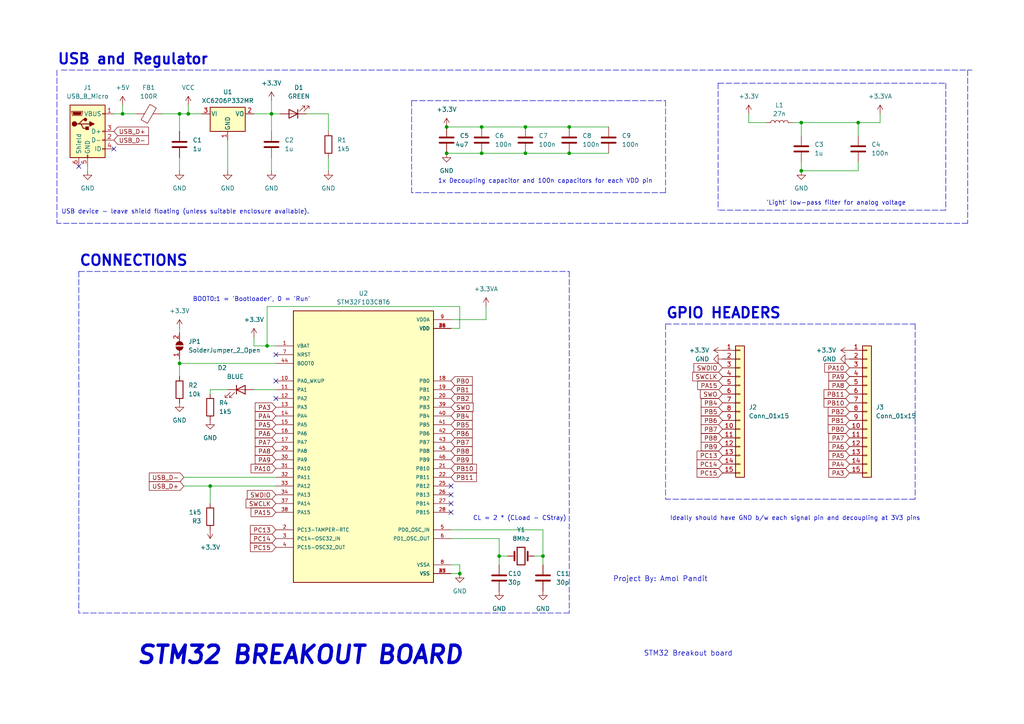
<source format=kicad_sch>
(kicad_sch (version 20230121) (generator eeschema)
  (paper "A4")
  (lib_symbols
    (symbol "Connector:USB_B_Micro" (pin_names (offset 1.016))
      (property "Reference" "J" (at -5.08 11.43 0))
      (property "Value" "USB_B_Micro" (at -5.08 8.89 0))
      (symbol "USB_B_Micro_0_1"
        (rectangle (start -5.08 -7.62) (end 5.08 7.62) (stroke (width 0.254)) (fill (type background)))
        (circle (center -3.81 2.159) (radius 0.635) (stroke (width 0.254)) (fill (type outline)))
        (circle (center -0.635 3.429) (radius 0.381) (stroke (width 0.254)) (fill (type outline)))
        (rectangle (start -0.127 -7.62) (end 0.127 -6.858))
        (polyline (pts (xy -1.905 2.159) (xy 0.635 2.159)) (stroke (width 0.254)))
        (polyline (pts (xy -3.175 2.159) (xy -2.54 2.159) (xy -1.27 3.429) (xy -0.635 3.429)) (stroke (width 0.254)))
        (polyline (pts (xy -2.54 2.159) (xy -1.905 2.159) (xy -1.27 0.889) (xy 0 0.889)) (stroke (width 0.254)))
        (polyline (pts (xy 0.635 2.794) (xy 0.635 1.524) (xy 1.905 2.159) (xy 0.635 2.794)) (stroke (width 0.254)) (fill (type outline)))
        (polyline (pts (xy -4.318 5.588) (xy -1.778 5.588) (xy -2.032 4.826) (xy -4.064 4.826) (xy -4.318 5.588)) (fill (type outline)))
        (polyline (pts (xy -4.699 5.842) (xy -4.699 5.588) (xy -4.445 4.826) (xy -4.445 4.572) (xy -1.651 4.572) (xy -1.651 4.826) (xy -1.397 5.588) (xy -1.397 5.842) (xy -4.699 5.842)))
        (rectangle (start 0.254 1.27) (end -0.508 0.508) (stroke (width 0.254)) (fill (type outline)))
        (rectangle (start 5.08 -5.207) (end 4.318 -4.953))
        (rectangle (start 5.08 -2.667) (end 4.318 -2.413))
        (rectangle (start 5.08 -0.127) (end 4.318 0.127))
        (rectangle (start 5.08 4.953) (end 4.318 5.207))
      )
      (symbol "USB_B_Micro_1_1"
        (pin power_out line (at 7.62 5.08 180) (length 2.54) (name "VBUS") (number "1"))
        (pin bidirectional line (at 7.62 -2.54 180) (length 2.54) (name "D-") (number "2"))
        (pin bidirectional line (at 7.62 0 180) (length 2.54) (name "D+") (number "3"))
        (pin passive line (at 7.62 -5.08 180) (length 2.54) (name "ID") (number "4"))
        (pin power_out line (at 0 -10.16 90) (length 2.54) (name "GND") (number "5"))
        (pin passive line (at -2.54 -10.16 90) (length 2.54) (name "Shield") (number "6"))
      )
    )
    (symbol "Connector_Generic:Conn_01x15" (pin_names (offset 1.016) hide)
      (property "Reference" "J" (at 0 20.32 0))
      (property "Value" "Conn_01x15" (at 0 -20.32 0))
      (symbol "Conn_01x15_1_1"
        (rectangle (start -1.27 -17.653) (end 0 -17.907) (stroke (width 0.1524)))
        (rectangle (start -1.27 -15.113) (end 0 -15.367) (stroke (width 0.1524)))
        (rectangle (start -1.27 -12.573) (end 0 -12.827) (stroke (width 0.1524)))
        (rectangle (start -1.27 -10.033) (end 0 -10.287) (stroke (width 0.1524)))
        (rectangle (start -1.27 -7.493) (end 0 -7.747) (stroke (width 0.1524)))
        (rectangle (start -1.27 -4.953) (end 0 -5.207) (stroke (width 0.1524)))
        (rectangle (start -1.27 -2.413) (end 0 -2.667) (stroke (width 0.1524)))
        (rectangle (start -1.27 0.127) (end 0 -0.127) (stroke (width 0.1524)))
        (rectangle (start -1.27 2.667) (end 0 2.413) (stroke (width 0.1524)))
        (rectangle (start -1.27 5.207) (end 0 4.953) (stroke (width 0.1524)))
        (rectangle (start -1.27 7.747) (end 0 7.493) (stroke (width 0.1524)))
        (rectangle (start -1.27 10.287) (end 0 10.033) (stroke (width 0.1524)))
        (rectangle (start -1.27 12.827) (end 0 12.573) (stroke (width 0.1524)))
        (rectangle (start -1.27 15.367) (end 0 15.113) (stroke (width 0.1524)))
        (rectangle (start -1.27 17.907) (end 0 17.653) (stroke (width 0.1524)))
        (rectangle (start -1.27 19.05) (end 1.27 -19.05) (stroke (width 0.254)) (fill (type background)))
        (pin passive line (at -5.08 17.78 0) (length 3.81) (name "Pin_1") (number "1"))
        (pin passive line (at -5.08 -5.08 0) (length 3.81) (name "Pin_10") (number "10"))
        (pin passive line (at -5.08 -7.62 0) (length 3.81) (name "Pin_11") (number "11"))
        (pin passive line (at -5.08 -10.16 0) (length 3.81) (name "Pin_12") (number "12"))
        (pin passive line (at -5.08 -12.7 0) (length 3.81) (name "Pin_13") (number "13"))
        (pin passive line (at -5.08 -15.24 0) (length 3.81) (name "Pin_14") (number "14"))
        (pin passive line (at -5.08 -17.78 0) (length 3.81) (name "Pin_15") (number "15"))
        (pin passive line (at -5.08 15.24 0) (length 3.81) (name "Pin_2") (number "2"))
        (pin passive line (at -5.08 12.7 0) (length 3.81) (name "Pin_3") (number "3"))
        (pin passive line (at -5.08 10.16 0) (length 3.81) (name "Pin_4") (number "4"))
        (pin passive line (at -5.08 7.62 0) (length 3.81) (name "Pin_5") (number "5"))
        (pin passive line (at -5.08 5.08 0) (length 3.81) (name "Pin_6") (number "6"))
        (pin passive line (at -5.08 2.54 0) (length 3.81) (name "Pin_7") (number "7"))
        (pin passive line (at -5.08 0 0) (length 3.81) (name "Pin_8") (number "8"))
        (pin passive line (at -5.08 -2.54 0) (length 3.81) (name "Pin_9") (number "9"))
      )
    )
    (symbol "Device:C" (pin_numbers hide) (pin_names (offset 0.254))
      (property "Reference" "C" (at 0.635 2.54 0))
      (property "Value" "C" (at 0.635 -2.54 0))
      (symbol "C_0_1"
        (polyline (pts (xy -2.032 -0.762) (xy 2.032 -0.762)) (stroke (width 0.508)))
        (polyline (pts (xy -2.032 0.762) (xy 2.032 0.762)) (stroke (width 0.508)))
      )
      (symbol "C_1_1"
        (pin passive line (at 0 3.81 270) (length 2.794) (name "~") (number "1"))
        (pin passive line (at 0 -3.81 90) (length 2.794) (name "~") (number "2"))
      )
    )
    (symbol "Device:Crystal" (pin_numbers hide) (pin_names (offset 1.016) hide)
      (property "Reference" "Y" (at 0 3.81 0))
      (property "Value" "Crystal" (at 0 -3.81 0))
      (symbol "Crystal_0_1"
        (rectangle (start -1.143 2.54) (end 1.143 -2.54) (stroke (width 0.3048)))
        (polyline (pts (xy -2.54 0) (xy -1.905 0)))
        (polyline (pts (xy -1.905 -1.27) (xy -1.905 1.27)) (stroke (width 0.508)))
        (polyline (pts (xy 1.905 -1.27) (xy 1.905 1.27)) (stroke (width 0.508)))
        (polyline (pts (xy 2.54 0) (xy 1.905 0)))
      )
      (symbol "Crystal_1_1"
        (pin passive line (at -3.81 0 0) (length 1.27) (name "1") (number "1"))
        (pin passive line (at 3.81 0 180) (length 1.27) (name "2") (number "2"))
      )
    )
    (symbol "Device:FerriteBead" (pin_numbers hide) (pin_names (offset 0))
      (property "Reference" "FB" (at -3.81 0.635 90))
      (property "Value" "FerriteBead" (at 3.81 0 90))
      (symbol "FerriteBead_0_1"
        (polyline (pts (xy 0 -1.27) (xy 0 -1.2192)))
        (polyline (pts (xy 0 1.27) (xy 0 1.2954)))
        (polyline (pts (xy -2.7686 0.4064) (xy -1.7018 2.2606) (xy 2.7686 -0.3048) (xy 1.6764 -2.159) (xy -2.7686 0.4064)))
      )
      (symbol "FerriteBead_1_1"
        (pin passive line (at 0 3.81 270) (length 2.54) (name "~") (number "1"))
        (pin passive line (at 0 -3.81 90) (length 2.54) (name "~") (number "2"))
      )
    )
    (symbol "Device:L" (pin_numbers hide) (pin_names (offset 1.016) hide)
      (property "Reference" "L" (at -1.27 0 90))
      (property "Value" "L" (at 1.905 0 90))
      (symbol "L_0_1"
        (arc (start 0 -2.54) (mid 0.6323 -1.905) (end 0 -1.27))
        (arc (start 0 -1.27) (mid 0.6323 -0.635) (end 0 0))
        (arc (start 0 0) (mid 0.6323 0.635) (end 0 1.27))
        (arc (start 0 1.27) (mid 0.6323 1.905) (end 0 2.54))
      )
      (symbol "L_1_1"
        (pin passive line (at 0 3.81 270) (length 1.27) (name "1") (number "1"))
        (pin passive line (at 0 -3.81 90) (length 1.27) (name "2") (number "2"))
      )
    )
    (symbol "Device:LED" (pin_numbers hide) (pin_names (offset 1.016) hide)
      (property "Reference" "D" (at 0 2.54 0))
      (property "Value" "LED" (at 0 -2.54 0))
      (symbol "LED_0_1"
        (polyline (pts (xy -1.27 -1.27) (xy -1.27 1.27)) (stroke (width 0.254)))
        (polyline (pts (xy -1.27 0) (xy 1.27 0)))
        (polyline (pts (xy 1.27 -1.27) (xy 1.27 1.27) (xy -1.27 0) (xy 1.27 -1.27)) (stroke (width 0.254)))
        (polyline (pts (xy -3.048 -0.762) (xy -4.572 -2.286) (xy -3.81 -2.286) (xy -4.572 -2.286) (xy -4.572 -1.524)))
        (polyline (pts (xy -1.778 -0.762) (xy -3.302 -2.286) (xy -2.54 -2.286) (xy -3.302 -2.286) (xy -3.302 -1.524)))
      )
      (symbol "LED_1_1"
        (pin passive line (at -3.81 0 0) (length 2.54) (name "K") (number "1"))
        (pin passive line (at 3.81 0 180) (length 2.54) (name "A") (number "2"))
      )
    )
    (symbol "Device:R" (pin_numbers hide) (pin_names (offset 0))
      (property "Reference" "R" (at 2.032 0 90))
      (property "Value" "R" (at 0 0 90))
      (symbol "R_0_1"
        (rectangle (start -1.016 -2.54) (end 1.016 2.54) (stroke (width 0.254)))
      )
      (symbol "R_1_1"
        (pin passive line (at 0 3.81 270) (length 1.27) (name "~") (number "1"))
        (pin passive line (at 0 -3.81 90) (length 1.27) (name "~") (number "2"))
      )
    )
    (symbol "Jumper:SolderJumper_2_Open" (pin_names (offset 0) hide)
      (property "Reference" "JP" (at 0 2.032 0))
      (property "Value" "SolderJumper_2_Open" (at 0 -2.54 0))
      (symbol "SolderJumper_2_Open_0_1"
        (arc (start -0.254 1.016) (mid -1.2656 0) (end -0.254 -1.016))
        (arc (start -0.254 1.016) (mid -1.2656 0) (end -0.254 -1.016) (fill (type outline)))
        (polyline (pts (xy -0.254 1.016) (xy -0.254 -1.016)))
        (polyline (pts (xy 0.254 1.016) (xy 0.254 -1.016)))
        (arc (start 0.254 -1.016) (mid 1.2656 0) (end 0.254 1.016))
        (arc (start 0.254 -1.016) (mid 1.2656 0) (end 0.254 1.016) (fill (type outline)))
      )
      (symbol "SolderJumper_2_Open_1_1"
        (pin passive line (at -3.81 0 0) (length 2.54) (name "A") (number "1"))
        (pin passive line (at 3.81 0 180) (length 2.54) (name "B") (number "2"))
      )
    )
    (symbol "Regulator_Linear:XC6206PxxxMR" (pin_names (offset 0.254))
      (property "Reference" "U" (at -3.81 3.175 0))
      (property "Value" "XC6206PxxxMR" (at 0 3.175 0))
      (symbol "XC6206PxxxMR_0_1"
        (rectangle (start -5.08 1.905) (end 5.08 -5.08) (stroke (width 0.254)) (fill (type background)))
      )
      (symbol "XC6206PxxxMR_1_1"
        (pin power_in line (at 0 -7.62 90) (length 2.54) (name "GND") (number "1"))
        (pin power_out line (at 7.62 0 180) (length 2.54) (name "VO") (number "2"))
        (pin power_in line (at -7.62 0 0) (length 2.54) (name "VI") (number "3"))
      )
    )
    (symbol "STM32F103C8T6:STM32F103C8T6" (pin_names (offset 1.016))
      (property "Reference" "U" (at -20.32 41.275 0))
      (property "Value" "STM32F103C8T6" (at -20.32 -40.64 0))
      (symbol "STM32F103C8T6_0_0"
        (rectangle (start -20.32 -38.1) (end 20.32 40.64) (stroke (width 0.254)) (fill (type background)))
        (pin bidirectional line (at -25.4 30.48 0) (length 5.08) (name "VBAT") (number "1"))
        (pin bidirectional line (at -25.4 20.32 0) (length 5.08) (name "PA0_WKUP") (number "10"))
        (pin bidirectional line (at -25.4 17.78 0) (length 5.08) (name "PA1") (number "11"))
        (pin bidirectional line (at -25.4 15.24 0) (length 5.08) (name "PA2") (number "12"))
        (pin bidirectional line (at -25.4 12.7 0) (length 5.08) (name "PA3") (number "13"))
        (pin bidirectional line (at -25.4 10.16 0) (length 5.08) (name "PA4") (number "14"))
        (pin bidirectional line (at -25.4 7.62 0) (length 5.08) (name "PA5") (number "15"))
        (pin bidirectional line (at -25.4 5.08 0) (length 5.08) (name "PA6") (number "16"))
        (pin bidirectional line (at -25.4 2.54 0) (length 5.08) (name "PA7") (number "17"))
        (pin bidirectional line (at 25.4 20.32 180) (length 5.08) (name "PB0") (number "18"))
        (pin bidirectional line (at 25.4 17.78 180) (length 5.08) (name "PB1") (number "19"))
        (pin bidirectional line (at -25.4 -22.86 0) (length 5.08) (name "PC13-TAMPER-RTC") (number "2"))
        (pin bidirectional line (at 25.4 15.24 180) (length 5.08) (name "PB2") (number "20"))
        (pin bidirectional line (at 25.4 -5.08 180) (length 5.08) (name "PB10") (number "21"))
        (pin bidirectional line (at 25.4 -7.62 180) (length 5.08) (name "PB11") (number "22"))
        (pin power_in line (at 25.4 -35.56 180) (length 5.08) (name "VSS") (number "23"))
        (pin power_in line (at 25.4 35.56 180) (length 5.08) (name "VDD") (number "24"))
        (pin bidirectional line (at 25.4 -10.16 180) (length 5.08) (name "PB12") (number "25"))
        (pin bidirectional line (at 25.4 -12.7 180) (length 5.08) (name "PB13") (number "26"))
        (pin bidirectional line (at 25.4 -15.24 180) (length 5.08) (name "PB14") (number "27"))
        (pin bidirectional line (at 25.4 -17.78 180) (length 5.08) (name "PB15") (number "28"))
        (pin bidirectional line (at -25.4 0 0) (length 5.08) (name "PA8") (number "29"))
        (pin bidirectional line (at -25.4 -25.4 0) (length 5.08) (name "PC14-OSC32_IN") (number "3"))
        (pin bidirectional line (at -25.4 -2.54 0) (length 5.08) (name "PA9") (number "30"))
        (pin bidirectional line (at -25.4 -5.08 0) (length 5.08) (name "PA10") (number "31"))
        (pin bidirectional line (at -25.4 -7.62 0) (length 5.08) (name "PA11") (number "32"))
        (pin bidirectional line (at -25.4 -10.16 0) (length 5.08) (name "PA12") (number "33"))
        (pin bidirectional line (at -25.4 -12.7 0) (length 5.08) (name "PA13") (number "34"))
        (pin power_in line (at 25.4 -35.56 180) (length 5.08) (name "VSS") (number "35"))
        (pin power_in line (at 25.4 35.56 180) (length 5.08) (name "VDD") (number "36"))
        (pin bidirectional line (at -25.4 -15.24 0) (length 5.08) (name "PA14") (number "37"))
        (pin bidirectional line (at -25.4 -17.78 0) (length 5.08) (name "PA15") (number "38"))
        (pin bidirectional line (at 25.4 12.7 180) (length 5.08) (name "PB3") (number "39"))
        (pin bidirectional line (at -25.4 -27.94 0) (length 5.08) (name "PC15-OSC32_OUT") (number "4"))
        (pin bidirectional line (at 25.4 10.16 180) (length 5.08) (name "PB4") (number "40"))
        (pin bidirectional line (at 25.4 7.62 180) (length 5.08) (name "PB5") (number "41"))
        (pin bidirectional line (at 25.4 5.08 180) (length 5.08) (name "PB6") (number "42"))
        (pin bidirectional line (at 25.4 2.54 180) (length 5.08) (name "PB7") (number "43"))
        (pin input line (at -25.4 25.4 0) (length 5.08) (name "BOOT0") (number "44"))
        (pin bidirectional line (at 25.4 0 180) (length 5.08) (name "PB8") (number "45"))
        (pin bidirectional line (at 25.4 -2.54 180) (length 5.08) (name "PB9") (number "46"))
        (pin power_in line (at 25.4 -35.56 180) (length 5.08) (name "VSS") (number "47"))
        (pin power_in line (at 25.4 35.56 180) (length 5.08) (name "VDD") (number "48"))
        (pin bidirectional line (at 25.4 -22.86 180) (length 5.08) (name "PD0_OSC_IN") (number "5"))
        (pin bidirectional line (at 25.4 -25.4 180) (length 5.08) (name "PD1_OSC_OUT") (number "6"))
        (pin input line (at -25.4 27.94 0) (length 5.08) (name "NRST") (number "7"))
        (pin power_in line (at 25.4 -33.02 180) (length 5.08) (name "VSSA") (number "8"))
        (pin power_in line (at 25.4 38.1 180) (length 5.08) (name "VDDA") (number "9"))
      )
    )
    (symbol "power:+3.3V" (power) (pin_names (offset 0))
      (property "Value" "+3.3V" (at 0 3.556 0))
      (symbol "+3.3V_0_1"
        (polyline (pts (xy -0.762 1.27) (xy 0 2.54)))
        (polyline (pts (xy 0 0) (xy 0 2.54)))
        (polyline (pts (xy 0 2.54) (xy 0.762 1.27)))
      )
      (symbol "+3.3V_1_1"
        (pin power_in line (at 0 0 90) (length 0) hide (name "+3.3V") (number "1"))
      )
    )
    (symbol "power:+3.3VA" (power) (pin_names (offset 0))
      (property "Value" "+3.3VA" (at 0 3.556 0))
      (symbol "+3.3VA_0_1"
        (polyline (pts (xy -0.762 1.27) (xy 0 2.54)))
        (polyline (pts (xy 0 0) (xy 0 2.54)))
        (polyline (pts (xy 0 2.54) (xy 0.762 1.27)))
      )
      (symbol "+3.3VA_1_1"
        (pin power_in line (at 0 0 90) (length 0) hide (name "+3.3VA") (number "1"))
      )
    )
    (symbol "power:+5V" (power) (pin_names (offset 0))
      (property "Value" "+5V" (at 0 3.556 0))
      (symbol "+5V_0_1"
        (polyline (pts (xy -0.762 1.27) (xy 0 2.54)))
        (polyline (pts (xy 0 0) (xy 0 2.54)))
        (polyline (pts (xy 0 2.54) (xy 0.762 1.27)))
      )
      (symbol "+5V_1_1"
        (pin power_in line (at 0 0 90) (length 0) hide (name "+5V") (number "1"))
      )
    )
    (symbol "power:GND" (power) (pin_names (offset 0))
      (property "Value" "GND" (at 0 -3.81 0))
      (symbol "GND_0_1"
        (polyline (pts (xy 0 0) (xy 0 -1.27) (xy 1.27 -1.27) (xy 0 -2.54) (xy -1.27 -1.27) (xy 0 -1.27)))
      )
      (symbol "GND_1_1"
        (pin power_in line (at 0 0 270) (length 0) hide (name "GND") (number "1"))
      )
    )
    (symbol "power:VCC" (power) (pin_names (offset 0))
      (property "Value" "VCC" (at 0 3.81 0))
      (symbol "VCC_0_1"
        (polyline (pts (xy -0.762 1.27) (xy 0 2.54)))
        (polyline (pts (xy 0 0) (xy 0 2.54)))
        (polyline (pts (xy 0 2.54) (xy 0.762 1.27)))
      )
      (symbol "VCC_1_1"
        (pin power_in line (at 0 0 90) (length 0) hide (name "VCC") (number "1"))
      )
    )
  )
  (junction (at 129.54 36.83))
  (junction (at 129.54 44.45))
  (junction (at 52.07 33.02))
  (junction (at 60.96 140.97))
  (junction (at 144.78 161.29))
  (junction (at 165.1 44.45))
  (junction (at 248.92 35.56))
  (junction (at 133.35 166.37))
  (junction (at 78.74 33.02))
  (junction (at 52.07 105.41))
  (junction (at 54.61 33.02))
  (junction (at 152.4 36.83))
  (junction (at 139.7 44.45))
  (junction (at 77.47 100.33))
  (junction (at 232.41 35.56))
  (junction (at 35.56 33.02))
  (junction (at 165.1 36.83))
  (junction (at 152.4 44.45))
  (junction (at 232.41 49.53))
  (junction (at 139.7 36.83))
  (junction (at 157.48 161.29))
  (no_connect (at 130.81 143.51))
  (no_connect (at 22.86 48.26))
  (no_connect (at 80.01 115.57))
  (no_connect (at 80.01 110.49))
  (no_connect (at 130.81 140.97))
  (no_connect (at 33.02 43.18))
  (no_connect (at 130.81 148.59))
  (no_connect (at 130.81 146.05))
  (no_connect (at 80.01 102.87))
  (polyline (pts (xy 165.1 78.74) (xy 165.1 177.8)) (stroke (width 0) (type dash)))
  (polyline (pts (xy 208.28 24.13) (xy 208.28 60.96)) (stroke (width 0) (type dash)))
  (polyline (pts (xy 165.1 177.8) (xy 22.86 177.8)) (stroke (width 0) (type dash)))
  (wire (pts (xy 77.47 100.33) (xy 80.01 100.33)))
  (wire (pts (xy 77.47 100.33) (xy 77.47 88.9)))
  (wire (pts (xy 52.07 45.72) (xy 52.07 49.53)))
  (wire (pts (xy 78.74 45.72) (xy 78.74 49.53)))
  (wire (pts (xy 133.35 88.9) (xy 133.35 95.25)))
  (polyline (pts (xy 265.43 144.78) (xy 193.04 144.78)) (stroke (width 0) (type dash)))
  (wire (pts (xy 157.48 153.67) (xy 130.81 153.67)))
  (polyline (pts (xy 17.78 20.32) (xy 281.94 20.32)) (stroke (width 0) (type dash)))
  (wire (pts (xy 229.87 35.56) (xy 232.41 35.56)))
  (polyline (pts (xy 119.38 29.21) (xy 119.38 55.88)) (stroke (width 0) (type dash)))
  (wire (pts (xy 144.78 161.29) (xy 147.32 161.29)))
  (wire (pts (xy 33.02 33.02) (xy 35.56 33.02)))
  (wire (pts (xy 255.27 33.02) (xy 255.27 35.56)))
  (wire (pts (xy 165.1 36.83) (xy 176.53 36.83)))
  (wire (pts (xy 77.47 100.33) (xy 73.66 100.33)))
  (wire (pts (xy 66.04 40.64) (xy 66.04 49.53)))
  (wire (pts (xy 60.96 114.3) (xy 60.96 113.03)))
  (wire (pts (xy 217.17 35.56) (xy 222.25 35.56)))
  (wire (pts (xy 248.92 35.56) (xy 232.41 35.56)))
  (wire (pts (xy 248.92 49.53) (xy 248.92 46.99)))
  (wire (pts (xy 95.25 45.72) (xy 95.25 49.53)))
  (wire (pts (xy 54.61 30.48) (xy 54.61 33.02)))
  (wire (pts (xy 232.41 49.53) (xy 248.92 49.53)))
  (wire (pts (xy 139.7 44.45) (xy 152.4 44.45)))
  (polyline (pts (xy 274.32 60.96) (xy 208.28 60.96)) (stroke (width 0) (type dash)))
  (wire (pts (xy 73.66 113.03) (xy 80.01 113.03)))
  (wire (pts (xy 165.1 44.45) (xy 176.53 44.45)))
  (wire (pts (xy 152.4 36.83) (xy 165.1 36.83)))
  (wire (pts (xy 88.9 33.02) (xy 95.25 33.02)))
  (polyline (pts (xy 22.86 78.74) (xy 165.1 78.74)) (stroke (width 0) (type dash)))
  (polyline (pts (xy 16.51 20.32) (xy 16.51 64.77)) (stroke (width 0) (type dash)))
  (wire (pts (xy 78.74 29.21) (xy 78.74 33.02)))
  (wire (pts (xy 129.54 44.45) (xy 139.7 44.45)))
  (wire (pts (xy 78.74 38.1) (xy 78.74 33.02)))
  (wire (pts (xy 46.99 33.02) (xy 52.07 33.02)))
  (polyline (pts (xy 280.67 64.77) (xy 16.51 64.77)) (stroke (width 0) (type dash)))
  (wire (pts (xy 157.48 153.67) (xy 157.48 161.29)))
  (wire (pts (xy 248.92 39.37) (xy 248.92 35.56)))
  (polyline (pts (xy 193.04 93.98) (xy 193.04 144.78)) (stroke (width 0) (type dash)))
  (wire (pts (xy 154.94 161.29) (xy 157.48 161.29)))
  (polyline (pts (xy 265.43 93.98) (xy 265.43 144.78)) (stroke (width 0) (type dash)))
  (wire (pts (xy 80.01 138.43) (xy 53.34 138.43)))
  (wire (pts (xy 52.07 33.02) (xy 52.07 38.1)))
  (wire (pts (xy 140.97 92.71) (xy 140.97 88.9)))
  (wire (pts (xy 133.35 163.83) (xy 133.35 166.37)))
  (wire (pts (xy 35.56 33.02) (xy 39.37 33.02)))
  (wire (pts (xy 95.25 33.02) (xy 95.25 38.1)))
  (wire (pts (xy 60.96 140.97) (xy 80.01 140.97)))
  (wire (pts (xy 129.54 36.83) (xy 139.7 36.83)))
  (wire (pts (xy 35.56 30.48) (xy 35.56 33.02)))
  (wire (pts (xy 52.07 104.14) (xy 52.07 105.41)))
  (polyline (pts (xy 208.28 24.13) (xy 274.32 24.13)) (stroke (width 0) (type dash)))
  (polyline (pts (xy 193.04 93.98) (xy 265.43 93.98)) (stroke (width 0) (type dash)))
  (wire (pts (xy 54.61 33.02) (xy 58.42 33.02)))
  (wire (pts (xy 54.61 33.02) (xy 52.07 33.02)))
  (wire (pts (xy 217.17 33.02) (xy 217.17 35.56)))
  (polyline (pts (xy 193.04 29.21) (xy 193.04 55.88)) (stroke (width 0) (type dash)))
  (wire (pts (xy 133.35 95.25) (xy 130.81 95.25)))
  (wire (pts (xy 144.78 163.83) (xy 144.78 161.29)))
  (polyline (pts (xy 22.86 78.74) (xy 22.86 177.8)) (stroke (width 0) (type dash)))
  (wire (pts (xy 152.4 44.45) (xy 165.1 44.45)))
  (wire (pts (xy 144.78 156.21) (xy 130.81 156.21)))
  (wire (pts (xy 130.81 92.71) (xy 140.97 92.71)))
  (wire (pts (xy 73.66 33.02) (xy 78.74 33.02)))
  (wire (pts (xy 52.07 109.22) (xy 52.07 105.41)))
  (wire (pts (xy 232.41 35.56) (xy 232.41 39.37)))
  (wire (pts (xy 25.4 48.26) (xy 25.4 49.53)))
  (wire (pts (xy 78.74 33.02) (xy 81.28 33.02)))
  (wire (pts (xy 232.41 46.99) (xy 232.41 49.53)))
  (polyline (pts (xy 280.67 20.32) (xy 280.67 64.77)) (stroke (width 0) (type dash)))
  (wire (pts (xy 52.07 95.25) (xy 52.07 96.52)))
  (wire (pts (xy 73.66 100.33) (xy 73.66 97.79)))
  (wire (pts (xy 53.34 140.97) (xy 60.96 140.97)))
  (wire (pts (xy 144.78 156.21) (xy 144.78 161.29)))
  (polyline (pts (xy 193.04 55.88) (xy 119.38 55.88)) (stroke (width 0) (type dash)))
  (polyline (pts (xy 119.38 29.21) (xy 193.04 29.21)) (stroke (width 0) (type dash)))
  (wire (pts (xy 77.47 88.9) (xy 133.35 88.9)))
  (wire (pts (xy 52.07 105.41) (xy 80.01 105.41)))
  (polyline (pts (xy 274.32 24.13) (xy 274.32 60.96)) (stroke (width 0) (type dash)))
  (wire (pts (xy 60.96 113.03) (xy 66.04 113.03)))
  (wire (pts (xy 60.96 146.05) (xy 60.96 140.97)))
  (wire (pts (xy 255.27 35.56) (xy 248.92 35.56)))
  (wire (pts (xy 130.81 163.83) (xy 133.35 163.83)))
  (wire (pts (xy 139.7 36.83) (xy 152.4 36.83)))
  (wire (pts (xy 133.35 166.37) (xy 130.81 166.37)))
  (wire (pts (xy 157.48 163.83) (xy 157.48 161.29)))
  (text "Ideally should have GND b/w each signal pin and decoupling at 3V3 pins\n" (at 194.31 151.13 0) (effects (font (size 1.27 1.27)) (justify left bottom)))
  (text "USB device - leave shield floating (unless suitable enclosure available)." (at 17.78 62.23 0) (effects (font (size 1.27 1.27)) (justify left bottom)))
  (text "GPIO HEADERS" (at 193.04 92.71 0) (effects (font (size 3 3) (thickness 0.6) bold) (justify left bottom)))
  (text "STM32 BREAKOUT BOARD" (at 39.37 193.04 0) (effects (font (size 5 5) (thickness 1) bold italic) (justify left bottom)))
  (text "USB and Regulator" (at 16.51 19.05 0) (effects (font (size 3 3) (thickness 0.6) bold) (justify left bottom)))
  (text "1x Decoupling capacitor and 100n capacitors for each VDD pin\n" (at 127 53.34 0) (effects (font (size 1.27 1.27)) (justify left bottom)))
  (text "BOOT0:1 = 'Bootloader', 0 = 'Run'" (at 55.88 87.63 0) (effects (font (size 1.27 1.27)) (justify left bottom)))
  (text "STM32 Breakout board" (at 186.69 190.5 0) (effects (font (size 1.5 1.5)) (justify left bottom)))
  (text "CL = 2 * (CLoad - CStray)" (at 137.16 151.13 0) (effects (font (size 1.27 1.27)) (justify left bottom)))
  (text "Project By: Amol Pandit" (at 177.8 168.91 0) (effects (font (size 1.5 1.5)) (justify left bottom)))
  (text "'Light' low-pass filter for analog voltage" (at 222.25 59.69 0) (effects (font (size 1.27 1.27)) (justify left bottom)))
  (text "CONNECTIONS\n" (at 22.86 77.47 0) (effects (font (size 3 3) (thickness 0.6) bold) (justify left bottom)))
  (global_label "PB4" (shape input) (at 130.81 120.65 0) (property "Intersheetrefs" "${INTERSHEET_REFS}" (effects hide)))
  (global_label "PA10" (shape input) (at 246.38 106.68 180) (property "Intersheetrefs" "${INTERSHEET_REFS}" (effects hide)))
  (global_label "PB7" (shape input) (at 130.81 128.27 0) (property "Intersheetrefs" "${INTERSHEET_REFS}" (effects hide)))
  (global_label "PA10" (shape input) (at 80.01 135.89 180) (property "Intersheetrefs" "${INTERSHEET_REFS}" (effects hide)))
  (global_label "PB7" (shape input) (at 209.55 124.46 180) (property "Intersheetrefs" "${INTERSHEET_REFS}" (effects hide)))
  (global_label "PC14" (shape input) (at 209.55 134.62 180) (property "Intersheetrefs" "${INTERSHEET_REFS}" (effects hide)))
  (global_label "PA4" (shape input) (at 246.38 134.62 180) (property "Intersheetrefs" "${INTERSHEET_REFS}" (effects hide)))
  (global_label "PA9" (shape input) (at 246.38 109.22 180) (property "Intersheetrefs" "${INTERSHEET_REFS}" (effects hide)))
  (global_label "PB9" (shape input) (at 209.55 129.54 180) (property "Intersheetrefs" "${INTERSHEET_REFS}" (effects hide)))
  (global_label "SWO" (shape input) (at 209.55 114.3 180) (property "Intersheetrefs" "${INTERSHEET_REFS}" (effects hide)))
  (global_label "PA6" (shape input) (at 246.38 129.54 180) (property "Intersheetrefs" "${INTERSHEET_REFS}" (effects hide)))
  (global_label "PC15" (shape input) (at 80.01 158.75 180) (property "Intersheetrefs" "${INTERSHEET_REFS}" (effects hide)))
  (global_label "PB8" (shape input) (at 130.81 130.81 0) (property "Intersheetrefs" "${INTERSHEET_REFS}" (effects hide)))
  (global_label "PB1" (shape input) (at 246.38 121.92 180) (property "Intersheetrefs" "${INTERSHEET_REFS}" (effects hide)))
  (global_label "PB1" (shape input) (at 130.81 113.03 0) (property "Intersheetrefs" "${INTERSHEET_REFS}" (effects hide)))
  (global_label "PB2" (shape input) (at 246.38 119.38 180) (property "Intersheetrefs" "${INTERSHEET_REFS}" (effects hide)))
  (global_label "SWO" (shape input) (at 130.81 118.11 0) (property "Intersheetrefs" "${INTERSHEET_REFS}" (effects hide)))
  (global_label "PA8" (shape input) (at 246.38 111.76 180) (property "Intersheetrefs" "${INTERSHEET_REFS}" (effects hide)))
  (global_label "PB11" (shape input) (at 130.81 138.43 0) (property "Intersheetrefs" "${INTERSHEET_REFS}" (effects hide)))
  (global_label "PB10" (shape input) (at 246.38 116.84 180) (property "Intersheetrefs" "${INTERSHEET_REFS}" (effects hide)))
  (global_label "SWCLK" (shape input) (at 209.55 109.22 180) (property "Intersheetrefs" "${INTERSHEET_REFS}" (effects hide)))
  (global_label "PC13" (shape input) (at 80.01 153.67 180) (property "Intersheetrefs" "${INTERSHEET_REFS}" (effects hide)))
  (global_label "PB0" (shape input) (at 130.81 110.49 0) (property "Intersheetrefs" "${INTERSHEET_REFS}" (effects hide)))
  (global_label "PB4" (shape input) (at 209.55 116.84 180) (property "Intersheetrefs" "${INTERSHEET_REFS}" (effects hide)))
  (global_label "PB11" (shape input) (at 246.38 114.3 180) (property "Intersheetrefs" "${INTERSHEET_REFS}" (effects hide)))
  (global_label "SWDIO" (shape input) (at 80.01 143.51 180) (property "Intersheetrefs" "${INTERSHEET_REFS}" (effects hide)))
  (global_label "PA7" (shape input) (at 80.01 128.27 180) (property "Intersheetrefs" "${INTERSHEET_REFS}" (effects hide)))
  (global_label "PB0" (shape input) (at 246.38 124.46 180) (property "Intersheetrefs" "${INTERSHEET_REFS}" (effects hide)))
  (global_label "PA6" (shape input) (at 80.01 125.73 180) (property "Intersheetrefs" "${INTERSHEET_REFS}" (effects hide)))
  (global_label "PA3" (shape input) (at 246.38 137.16 180) (property "Intersheetrefs" "${INTERSHEET_REFS}" (effects hide)))
  (global_label "PB5" (shape input) (at 130.81 123.19 0) (property "Intersheetrefs" "${INTERSHEET_REFS}" (effects hide)))
  (global_label "PB6" (shape input) (at 209.55 121.92 180) (property "Intersheetrefs" "${INTERSHEET_REFS}" (effects hide)))
  (global_label "PB9" (shape input) (at 130.81 133.35 0) (property "Intersheetrefs" "${INTERSHEET_REFS}" (effects hide)))
  (global_label "PA5" (shape input) (at 80.01 123.19 180) (property "Intersheetrefs" "${INTERSHEET_REFS}" (effects hide)))
  (global_label "PB2" (shape input) (at 130.81 115.57 0) (property "Intersheetrefs" "${INTERSHEET_REFS}" (effects hide)))
  (global_label "PA8" (shape input) (at 80.01 130.81 180) (property "Intersheetrefs" "${INTERSHEET_REFS}" (effects hide)))
  (global_label "PC14" (shape input) (at 80.01 156.21 180) (property "Intersheetrefs" "${INTERSHEET_REFS}" (effects hide)))
  (global_label "PA15" (shape input) (at 209.55 111.76 180) (property "Intersheetrefs" "${INTERSHEET_REFS}" (effects hide)))
  (global_label "PA5" (shape input) (at 246.38 132.08 180) (property "Intersheetrefs" "${INTERSHEET_REFS}" (effects hide)))
  (global_label "PB10" (shape input) (at 130.81 135.89 0) (property "Intersheetrefs" "${INTERSHEET_REFS}" (effects hide)))
  (global_label "PA15" (shape input) (at 80.01 148.59 180) (property "Intersheetrefs" "${INTERSHEET_REFS}" (effects hide)))
  (global_label "PA9" (shape input) (at 80.01 133.35 180) (property "Intersheetrefs" "${INTERSHEET_REFS}" (effects hide)))
  (global_label "USB_D+" (shape input) (at 53.34 140.97 180) (property "Intersheetrefs" "${INTERSHEET_REFS}" (effects hide)))
  (global_label "PC15" (shape input) (at 209.55 137.16 180) (property "Intersheetrefs" "${INTERSHEET_REFS}" (effects hide)))
  (global_label "USB_D-" (shape input) (at 53.34 138.43 180) (property "Intersheetrefs" "${INTERSHEET_REFS}" (effects hide)))
  (global_label "SWDIO" (shape input) (at 209.55 106.68 180) (property "Intersheetrefs" "${INTERSHEET_REFS}" (effects hide)))
  (global_label "USB_D-" (shape input) (at 33.02 40.64 0) (property "Intersheetrefs" "${INTERSHEET_REFS}" (effects hide)))
  (global_label "PB8" (shape input) (at 209.55 127 180) (property "Intersheetrefs" "${INTERSHEET_REFS}" (effects hide)))
  (global_label "PA3" (shape input) (at 80.01 118.11 180) (property "Intersheetrefs" "${INTERSHEET_REFS}" (effects hide)))
  (global_label "PB5" (shape input) (at 209.55 119.38 180) (property "Intersheetrefs" "${INTERSHEET_REFS}" (effects hide)))
  (global_label "USB_D+" (shape input) (at 33.02 38.1 0) (property "Intersheetrefs" "${INTERSHEET_REFS}" (effects hide)))
  (global_label "PA4" (shape input) (at 80.01 120.65 180) (property "Intersheetrefs" "${INTERSHEET_REFS}" (effects hide)))
  (global_label "SWCLK" (shape input) (at 80.01 146.05 180) (property "Intersheetrefs" "${INTERSHEET_REFS}" (effects hide)))
  (global_label "PB6" (shape input) (at 130.81 125.73 0) (property "Intersheetrefs" "${INTERSHEET_REFS}" (effects hide)))
  (global_label "PA7" (shape input) (at 246.38 127 180) (property "Intersheetrefs" "${INTERSHEET_REFS}" (effects hide)))
  (global_label "PC13" (shape input) (at 209.55 132.08 180) (property "Intersheetrefs" "${INTERSHEET_REFS}" (effects hide)))
  (symbol (lib_id "power:GND") (at 52.07 49.53 0) (unit 1)
    (property "Reference" "#PWR05" (effects hide))
    (property "Value" "GND" (at 52.07 54.61 0))
  )
  (symbol (lib_id "Device:Crystal") (at 151.13 161.29 0) (unit 1)
    (property "Reference" "Y1" (at 151.13 153.67 0))
    (property "Value" "8Mhz" (at 151.13 156.21 0))
    (property "Footprint" "Crystal:Crystal_SMD_5032-2Pin_5.0x3.2mm" (effects hide))
  )
  (symbol (lib_id "power:+3.3V") (at 129.54 36.83 0) (unit 1)
    (property "Reference" "#PWR014" (effects hide))
    (property "Value" "+3.3V" (at 129.54 31.75 0))
  )
  (symbol (lib_id "Device:R") (at 60.96 149.86 180) (unit 1)
    (property "Reference" "R3" (at 58.42 151.13 0) (effects (justify left)))
    (property "Value" "1k5" (at 58.42 148.59 0) (effects (justify left)))
    (property "Footprint" "Resistor_SMD:R_0402_1005Metric" (effects hide))
  )
  (symbol (lib_id "Device:L") (at 226.06 35.56 90) (unit 1)
    (property "Reference" "L1" (at 226.06 30.48 90))
    (property "Value" "27n" (at 226.06 33.02 90))
    (property "Footprint" "Inductor_SMD:L_0402_1005Metric" (effects hide))
  )
  (symbol (lib_id "power:GND") (at 133.35 166.37 0) (unit 1)
    (property "Reference" "#PWR022" (effects hide))
    (property "Value" "GND" (at 133.35 171.45 0))
  )
  (symbol (lib_id "power:GND") (at 95.25 49.53 0) (unit 1)
    (property "Reference" "#PWR02" (effects hide))
    (property "Value" "GND" (at 95.25 54.61 0))
  )
  (symbol (lib_id "Connector_Generic:Conn_01x15") (at 251.46 119.38 0) (unit 1)
    (property "Reference" "J3" (at 254 118.11 0) (effects (justify left)))
    (property "Value" "Conn_01x15" (at 254 120.65 0) (effects (justify left)))
    (property "Footprint" "Connector_PinHeader_2.54mm:PinHeader_1x15_P2.54mm_Vertical" (effects hide))
  )
  (symbol (lib_id "power:GND") (at 66.04 49.53 0) (unit 1)
    (property "Reference" "#PWR04" (effects hide))
    (property "Value" "GND" (at 66.04 54.61 0))
  )
  (symbol (lib_id "power:+3.3V") (at 78.74 29.21 0) (unit 1)
    (property "Reference" "#PWR07" (effects hide))
    (property "Value" "+3.3V" (at 78.74 24.13 0))
  )
  (symbol (lib_id "Device:C") (at 52.07 41.91 0) (unit 1)
    (property "Reference" "C1" (at 55.88 40.64 0) (effects (justify left)))
    (property "Value" "1u" (at 55.88 43.18 0) (effects (justify left)))
    (property "Footprint" "Capacitor_SMD:C_0603_1608Metric" (effects hide))
  )
  (symbol (lib_id "power:GND") (at 209.55 104.14 270) (unit 1)
    (property "Reference" "#PWR025" (effects hide))
    (property "Value" "GND" (at 205.74 104.14 90) (effects (justify right)))
  )
  (symbol (lib_id "Device:C") (at 129.54 40.64 0) (unit 1)
    (property "Reference" "C5" (at 133.35 39.37 0) (effects (justify left)))
    (property "Value" "4u7" (at 132.08 41.91 0) (effects (justify left)))
    (property "Footprint" "Capacitor_SMD:C_0603_1608Metric" (effects hide))
  )
  (symbol (lib_id "Device:C") (at 152.4 40.64 0) (unit 1)
    (property "Reference" "C7" (at 156.21 39.37 0) (effects (justify left)))
    (property "Value" "100n" (at 156.21 41.91 0) (effects (justify left)))
    (property "Footprint" "Capacitor_SMD:C_0402_1005Metric" (effects hide))
  )
  (symbol (lib_id "power:+3.3VA") (at 255.27 33.02 0) (unit 1)
    (property "Reference" "#PWR013" (effects hide))
    (property "Value" "+3.3VA" (at 255.27 27.94 0))
  )
  (symbol (lib_id "power:GND") (at 129.54 44.45 0) (unit 1)
    (property "Reference" "#PWR015" (effects hide))
    (property "Value" "GND" (at 129.54 49.53 0))
  )
  (symbol (lib_id "Device:C") (at 139.7 40.64 0) (unit 1)
    (property "Reference" "C6" (at 143.51 39.37 0) (effects (justify left)))
    (property "Value" "100n" (at 143.51 41.91 0) (effects (justify left)))
    (property "Footprint" "Capacitor_SMD:C_0402_1005Metric" (effects hide))
  )
  (symbol (lib_id "power:GND") (at 232.41 49.53 0) (unit 1)
    (property "Reference" "#PWR012" (effects hide))
    (property "Value" "GND" (at 232.41 54.61 0))
  )
  (symbol (lib_id "Regulator_Linear:XC6206PxxxMR") (at 66.04 33.02 0) (unit 1)
    (property "Reference" "U1" (at 66.04 26.67 0))
    (property "Value" "XC6206P332MR" (at 66.04 29.21 0))
    (property "Footprint" "Package_TO_SOT_SMD:SOT-23-3" (effects hide))
    (property "Datasheet" "https://www.torexsemi.com/file/xc6206/XC6206.pdf" (effects hide))
  )
  (symbol (lib_id "Device:LED") (at 85.09 33.02 180) (unit 1)
    (property "Reference" "D1" (at 86.6775 25.4 0))
    (property "Value" "GREEN" (at 86.6775 27.94 0))
    (property "Footprint" "LED_SMD:LED_0603_1608Metric" (effects hide))
  )
  (symbol (lib_id "power:+3.3V") (at 246.38 101.6 90) (unit 1)
    (property "Reference" "#PWR024" (effects hide))
    (property "Value" "+3.3V" (at 242.57 101.6 90) (effects (justify left)))
  )
  (symbol (lib_id "power:GND") (at 78.74 49.53 0) (unit 1)
    (property "Reference" "#PWR03" (effects hide))
    (property "Value" "GND" (at 78.74 54.61 0))
  )
  (symbol (lib_id "power:GND") (at 60.96 121.92 0) (unit 1)
    (property "Reference" "#PWR021" (effects hide))
    (property "Value" "GND" (at 60.96 127 0))
  )
  (symbol (lib_id "power:GND") (at 157.48 171.45 0) (unit 1)
    (property "Reference" "#PWR019" (effects hide))
    (property "Value" "GND" (at 157.48 176.53 0))
  )
  (symbol (lib_id "power:+3.3VA") (at 140.97 88.9 0) (unit 1)
    (property "Reference" "#PWR010" (effects hide))
    (property "Value" "+3.3VA" (at 140.97 83.82 0))
  )
  (symbol (lib_id "power:+3.3V") (at 217.17 33.02 0) (unit 1)
    (property "Reference" "#PWR011" (effects hide))
    (property "Value" "+3.3V" (at 217.17 27.94 0))
  )
  (symbol (lib_id "Device:FerriteBead") (at 43.18 33.02 90) (unit 1)
    (property "Reference" "FB1" (at 43.1292 25.4 90))
    (property "Value" "100R" (at 43.1292 27.94 90))
    (property "Footprint" "Inductor_SMD:L_0805_2012Metric" (effects hide))
  )
  (symbol (lib_id "Device:LED") (at 69.85 113.03 0) (unit 1)
    (property "Reference" "D2" (at 64.4525 106.68 0))
    (property "Value" "BLUE" (at 68.2625 109.22 0))
    (property "Footprint" "LED_SMD:LED_0603_1608Metric" (effects hide))
  )
  (symbol (lib_id "Device:C") (at 157.48 167.64 0) (unit 1)
    (property "Reference" "C11" (at 161.29 166.37 0) (effects (justify left)))
    (property "Value" "30p" (at 161.29 168.91 0) (effects (justify left)))
    (property "Footprint" "Capacitor_SMD:C_0402_1005Metric" (effects hide))
  )
  (symbol (lib_id "Device:C") (at 232.41 43.18 0) (unit 1)
    (property "Reference" "C3" (at 236.22 41.91 0) (effects (justify left)))
    (property "Value" "1u" (at 236.22 44.45 0) (effects (justify left)))
    (property "Footprint" "Capacitor_SMD:C_0603_1608Metric" (effects hide))
  )
  (symbol (lib_id "Device:C") (at 176.53 40.64 0) (unit 1)
    (property "Reference" "C9" (at 180.34 39.37 0) (effects (justify left)))
    (property "Value" "100n" (at 180.34 41.91 0) (effects (justify left)))
    (property "Footprint" "Capacitor_SMD:C_0402_1005Metric" (effects hide))
  )
  (symbol (lib_id "power:GND") (at 52.07 116.84 0) (unit 1)
    (property "Reference" "#PWR016" (effects hide))
    (property "Value" "GND" (at 52.07 121.92 0))
  )
  (symbol (lib_id "power:GND") (at 246.38 104.14 270) (unit 1)
    (property "Reference" "#PWR026" (effects hide))
    (property "Value" "GND" (at 242.57 104.14 90) (effects (justify right)))
  )
  (symbol (lib_id "Device:C") (at 78.74 41.91 0) (unit 1)
    (property "Reference" "C2" (at 82.55 40.64 0) (effects (justify left)))
    (property "Value" "1u" (at 82.55 43.18 0) (effects (justify left)))
    (property "Footprint" "Capacitor_SMD:C_0603_1608Metric" (effects hide))
  )
  (symbol (lib_id "Device:C") (at 165.1 40.64 0) (unit 1)
    (property "Reference" "C8" (at 168.91 39.37 0) (effects (justify left)))
    (property "Value" "100n" (at 168.91 41.91 0) (effects (justify left)))
    (property "Footprint" "Capacitor_SMD:C_0402_1005Metric" (effects hide))
  )
  (symbol (lib_id "Device:R") (at 95.25 41.91 0) (unit 1)
    (property "Reference" "R1" (at 97.79 40.64 0) (effects (justify left)))
    (property "Value" "1k5" (at 97.79 43.18 0) (effects (justify left)))
    (property "Footprint" "Resistor_SMD:R_0402_1005Metric" (effects hide))
  )
  (symbol (lib_id "power:+3.3V") (at 73.66 97.79 0) (unit 1)
    (property "Reference" "#PWR09" (effects hide))
    (property "Value" "+3.3V" (at 73.66 92.71 0))
  )
  (symbol (lib_id "Device:C") (at 144.78 167.64 0) (unit 1)
    (property "Reference" "C10" (at 147.32 166.37 0) (effects (justify left)))
    (property "Value" "30p" (at 147.32 168.91 0) (effects (justify left)))
    (property "Footprint" "Capacitor_SMD:C_0402_1005Metric" (effects hide))
  )
  (symbol (lib_id "power:GND") (at 144.78 171.45 0) (unit 1)
    (property "Reference" "#PWR018" (effects hide))
    (property "Value" "GND" (at 144.78 176.53 0))
  )
  (symbol (lib_id "Connector:USB_B_Micro") (at 25.4 38.1 0) (unit 1)
    (property "Reference" "J1" (at 25.4 25.4 0))
    (property "Value" "USB_B_Micro" (at 25.4 27.94 0))
    (property "Footprint" "Connector_USB:USB_Micro-B_Wuerth_629105150521" (effects hide))
  )
  (symbol (lib_id "STM32F103C8T6:STM32F103C8T6") (at 105.41 130.81 0) (unit 1)
    (property "Reference" "U2" (at 105.41 85.09 0))
    (property "Value" "STM32F103C8T6" (at 105.41 87.63 0))
    (property "Footprint" "STM32F103C8T6:QFP50P900X900X160-48N" (effects hide))
    (property "MF" "STMicroelectronics" (effects hide))
    (property "Description" "\nARM® Cortex®-M3 STM32F1 Microcontroller IC 32-Bit 72MHz 64KB (64K x 8) FLASH 48-LQFP (7x7)\n" (effects hide))
    (property "Package" "LQFP-48 STMicroelectronics" (effects hide))
    (property "Price" "None" (effects hide))
    (property "Check_prices" "https://www.snapeda.com/parts/STM32F103C8T6/STMicroelectronics/view-part/?ref=eda" (effects hide))
    (property "STANDARD" "IPC7351B" (effects hide))
    (property "PARTREV" "10" (effects hide))
    (property "SnapEDA_Link" "https://www.snapeda.com/parts/STM32F103C8T6/STMicroelectronics/view-part/?ref=snap" (effects hide))
    (property "MP" "STM32F103C8T6" (effects hide))
    (property "Purchase-URL" "https://www.snapeda.com/api/url_track_click_mouser/?unipart_id=52195&manufacturer=STMicroelectronics&part_name=STM32F103C8T6&search_term=None" (effects hide))
    (property "Availability" "In Stock" (effects hide))
    (property "MANUFACTURER" "ST Microelectronics" (effects hide))
  )
  (symbol (lib_id "Connector_Generic:Conn_01x15") (at 214.63 119.38 0) (unit 1)
    (property "Reference" "J2" (at 217.17 118.11 0) (effects (justify left)))
    (property "Value" "Conn_01x15" (at 217.17 120.65 0) (effects (justify left)))
    (property "Footprint" "Connector_PinHeader_2.54mm:PinHeader_1x15_P2.54mm_Vertical" (effects hide))
  )
  (symbol (lib_id "Device:R") (at 60.96 118.11 0) (unit 1)
    (property "Reference" "R4" (at 63.5 116.84 0) (effects (justify left)))
    (property "Value" "1k5" (at 63.5 119.38 0) (effects (justify left)))
    (property "Footprint" "Resistor_SMD:R_0402_1005Metric" (effects hide))
  )
  (symbol (lib_id "power:+5V") (at 35.56 30.48 0) (unit 1)
    (property "Reference" "#PWR01" (effects hide))
    (property "Value" "+5V" (at 35.56 25.4 0))
  )
  (symbol (lib_id "Device:C") (at 248.92 43.18 0) (unit 1)
    (property "Reference" "C4" (at 252.73 41.91 0) (effects (justify left)))
    (property "Value" "100n" (at 252.73 44.45 0) (effects (justify left)))
    (property "Footprint" "Capacitor_SMD:C_0402_1005Metric" (effects hide))
  )
  (symbol (lib_id "power:GND") (at 25.4 49.53 0) (unit 1)
    (property "Reference" "#PWR06" (effects hide))
    (property "Value" "GND" (at 25.4 54.61 0))
  )
  (symbol (lib_id "power:+3.3V") (at 209.55 101.6 90) (unit 1)
    (property "Reference" "#PWR023" (effects hide))
    (property "Value" "+3.3V" (at 205.74 101.6 90) (effects (justify left)))
  )
  (symbol (lib_id "power:+3.3V") (at 52.07 95.25 0) (unit 1)
    (property "Reference" "#PWR017" (effects hide))
    (property "Value" "+3.3V" (at 52.07 90.17 0))
  )
  (symbol (lib_id "Device:R") (at 52.07 113.03 0) (unit 1)
    (property "Reference" "R2" (at 54.61 111.76 0) (effects (justify left)))
    (property "Value" "10k" (at 54.61 114.3 0) (effects (justify left)))
    (property "Footprint" "Resistor_SMD:R_0603_1608Metric" (effects hide))
  )
  (symbol (lib_id "power:+3.3V") (at 60.96 153.67 180) (unit 1)
    (property "Reference" "#PWR020" (effects hide))
    (property "Value" "+3.3V" (at 60.96 158.75 0))
  )
  (symbol (lib_id "power:VCC") (at 54.61 30.48 0) (unit 1)
    (property "Reference" "#PWR08" (effects hide))
    (property "Value" "VCC" (at 54.61 25.4 0))
  )
  (symbol (lib_id "Jumper:SolderJumper_2_Open") (at 52.07 100.33 90) (unit 1)
    (property "Reference" "JP1" (at 54.61 99.06 90) (effects (justify right)))
    (property "Value" "SolderJumper_2_Open" (at 54.61 101.6 90) (effects (justify right)))
    (property "Footprint" "Jumper:SolderJumper-2_P1.3mm_Open_Pad1.0x1.5mm" (effects hide))
  )
)
</source>
